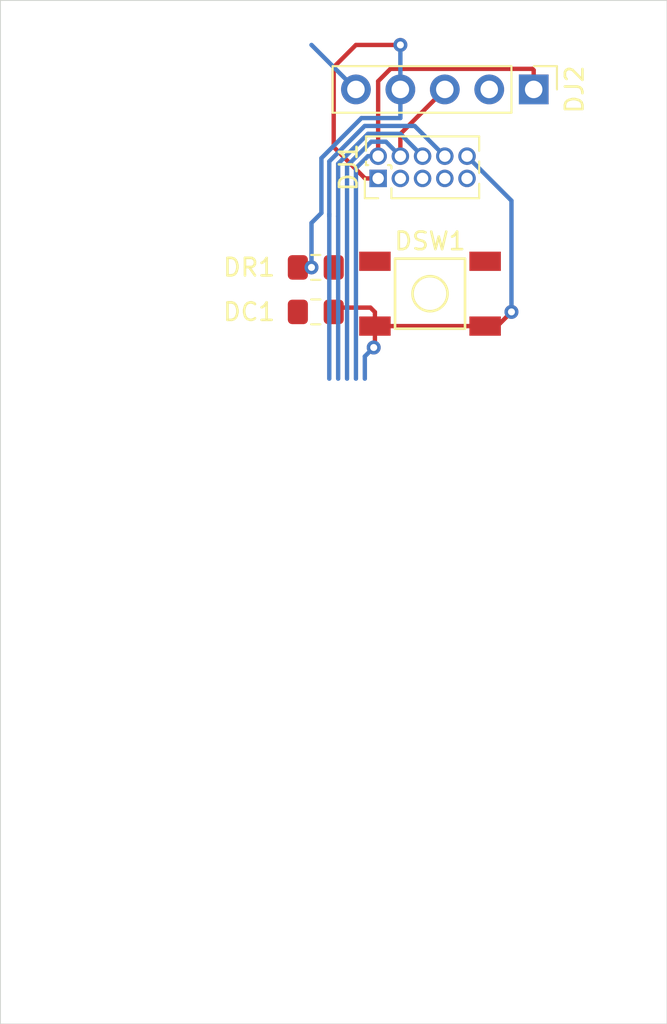
<source format=kicad_pcb>
(kicad_pcb (version 20171130) (host pcbnew 5.1.2)

  (general
    (thickness 1.6)
    (drawings 4)
    (tracks 57)
    (zones 0)
    (modules 5)
    (nets 9)
  )

  (page A4)
  (layers
    (0 F.Cu signal)
    (31 B.Cu signal)
    (32 B.Adhes user)
    (33 F.Adhes user)
    (34 B.Paste user)
    (35 F.Paste user)
    (36 B.SilkS user)
    (37 F.SilkS user)
    (38 B.Mask user)
    (39 F.Mask user)
    (40 Dwgs.User user)
    (41 Cmts.User user)
    (42 Eco1.User user)
    (43 Eco2.User user)
    (44 Edge.Cuts user)
    (45 Margin user)
    (46 B.CrtYd user)
    (47 F.CrtYd user)
    (48 B.Fab user)
    (49 F.Fab user)
  )

  (setup
    (last_trace_width 0.25)
    (trace_clearance 0.2)
    (zone_clearance 0.508)
    (zone_45_only no)
    (trace_min 0.2)
    (via_size 0.8)
    (via_drill 0.4)
    (via_min_size 0.4)
    (via_min_drill 0.3)
    (uvia_size 0.3)
    (uvia_drill 0.1)
    (uvias_allowed no)
    (uvia_min_size 0.2)
    (uvia_min_drill 0.1)
    (edge_width 0.05)
    (segment_width 0.2)
    (pcb_text_width 0.3)
    (pcb_text_size 1.5 1.5)
    (mod_edge_width 0.12)
    (mod_text_size 1 1)
    (mod_text_width 0.15)
    (pad_size 1.524 1.524)
    (pad_drill 0.762)
    (pad_to_mask_clearance 0.051)
    (solder_mask_min_width 0.25)
    (aux_axis_origin 0 0)
    (visible_elements FFFFFF7F)
    (pcbplotparams
      (layerselection 0x010fc_ffffffff)
      (usegerberextensions false)
      (usegerberattributes false)
      (usegerberadvancedattributes false)
      (creategerberjobfile false)
      (excludeedgelayer true)
      (linewidth 0.100000)
      (plotframeref false)
      (viasonmask false)
      (mode 1)
      (useauxorigin false)
      (hpglpennumber 1)
      (hpglpenspeed 20)
      (hpglpendiameter 15.000000)
      (psnegative false)
      (psa4output false)
      (plotreference true)
      (plotvalue true)
      (plotinvisibletext false)
      (padsonsilk false)
      (subtractmaskfromsilk false)
      (outputformat 1)
      (mirror false)
      (drillshape 1)
      (scaleselection 1)
      (outputdirectory ""))
  )

  (net 0 "")
  (net 1 GND)
  (net 2 VDD)
  (net 3 ~SRST)
  (net 4 TCK)
  (net 5 TMS)
  (net 6 +5V)
  (net 7 TDO)
  (net 8 TDI)

  (net_class Default "Dit is de standaard class."
    (clearance 0.2)
    (trace_width 0.25)
    (via_dia 0.8)
    (via_drill 0.4)
    (uvia_dia 0.3)
    (uvia_drill 0.1)
    (add_net +5V)
    (add_net GND)
    (add_net TCK)
    (add_net TDI)
    (add_net TDO)
    (add_net TMS)
    (add_net VDD)
    (add_net ~SRST)
  )

  (module lib:TS-1187 (layer F.Cu) (tedit 5C23E748) (tstamp 5CD31350)
    (at 156.635 67.54 180)
    (path /5CD35511)
    (fp_text reference DSW1 (at 0 3) (layer F.SilkS)
      (effects (font (size 1 1) (thickness 0.15)))
    )
    (fp_text value SW_Push (at 0 -3) (layer F.Fab)
      (effects (font (size 1 1) (thickness 0.15)))
    )
    (fp_circle (center 0 0) (end 1 0) (layer F.SilkS) (width 0.15))
    (fp_line (start 2 2) (end -2 2) (layer F.SilkS) (width 0.15))
    (fp_line (start 2 -2) (end 2 2) (layer F.SilkS) (width 0.15))
    (fp_line (start -2 -2) (end 2 -2) (layer F.SilkS) (width 0.15))
    (fp_line (start -2 2) (end -2 -2) (layer F.SilkS) (width 0.15))
    (pad 2 smd rect (at 3.15 1.85 180) (size 1.8 1.1) (layers F.Cu F.Paste F.Mask)
      (net 1 GND))
    (pad 1 smd rect (at 3.15 -1.85 180) (size 1.8 1.1) (layers F.Cu F.Paste F.Mask)
      (net 3 ~SRST))
    (pad 2 smd rect (at -3.15 1.85 180) (size 1.8 1.1) (layers F.Cu F.Paste F.Mask)
      (net 1 GND))
    (pad 1 smd rect (at -3.15 -1.85 180) (size 1.8 1.1) (layers F.Cu F.Paste F.Mask)
      (net 3 ~SRST))
  )

  (module Resistor_SMD:R_0805_2012Metric_Pad1.15x1.40mm_HandSolder (layer F.Cu) (tedit 5B36C52B) (tstamp 5CD31343)
    (at 150.105 66.04)
    (descr "Resistor SMD 0805 (2012 Metric), square (rectangular) end terminal, IPC_7351 nominal with elongated pad for handsoldering. (Body size source: https://docs.google.com/spreadsheets/d/1BsfQQcO9C6DZCsRaXUlFlo91Tg2WpOkGARC1WS5S8t0/edit?usp=sharing), generated with kicad-footprint-generator")
    (tags "resistor handsolder")
    (path /5CD372D0)
    (attr smd)
    (fp_text reference DR1 (at -3.81 0) (layer F.SilkS)
      (effects (font (size 1 1) (thickness 0.15)))
    )
    (fp_text value 10K (at 0 1.65) (layer F.Fab)
      (effects (font (size 1 1) (thickness 0.15)))
    )
    (fp_text user %R (at 0 0) (layer F.Fab)
      (effects (font (size 0.5 0.5) (thickness 0.08)))
    )
    (fp_line (start 1.85 0.95) (end -1.85 0.95) (layer F.CrtYd) (width 0.05))
    (fp_line (start 1.85 -0.95) (end 1.85 0.95) (layer F.CrtYd) (width 0.05))
    (fp_line (start -1.85 -0.95) (end 1.85 -0.95) (layer F.CrtYd) (width 0.05))
    (fp_line (start -1.85 0.95) (end -1.85 -0.95) (layer F.CrtYd) (width 0.05))
    (fp_line (start -0.261252 0.71) (end 0.261252 0.71) (layer F.SilkS) (width 0.12))
    (fp_line (start -0.261252 -0.71) (end 0.261252 -0.71) (layer F.SilkS) (width 0.12))
    (fp_line (start 1 0.6) (end -1 0.6) (layer F.Fab) (width 0.1))
    (fp_line (start 1 -0.6) (end 1 0.6) (layer F.Fab) (width 0.1))
    (fp_line (start -1 -0.6) (end 1 -0.6) (layer F.Fab) (width 0.1))
    (fp_line (start -1 0.6) (end -1 -0.6) (layer F.Fab) (width 0.1))
    (pad 2 smd roundrect (at 1.025 0) (size 1.15 1.4) (layers F.Cu F.Paste F.Mask) (roundrect_rratio 0.217391)
      (net 3 ~SRST))
    (pad 1 smd roundrect (at -1.025 0) (size 1.15 1.4) (layers F.Cu F.Paste F.Mask) (roundrect_rratio 0.217391)
      (net 2 VDD))
    (model ${KISYS3DMOD}/Resistor_SMD.3dshapes/R_0805_2012Metric.wrl
      (at (xyz 0 0 0))
      (scale (xyz 1 1 1))
      (rotate (xyz 0 0 0))
    )
  )

  (module Connector_PinHeader_2.54mm:PinHeader_1x05_P2.54mm_Vertical locked (layer F.Cu) (tedit 59FED5CC) (tstamp 5CD31332)
    (at 162.56 55.88 270)
    (descr "Through hole straight pin header, 1x05, 2.54mm pitch, single row")
    (tags "Through hole pin header THT 1x05 2.54mm single row")
    (path /5CD343F7)
    (fp_text reference DJ2 (at 0 -2.33 90) (layer F.SilkS)
      (effects (font (size 1 1) (thickness 0.15)))
    )
    (fp_text value Conn_01x05 (at 0 12.49 90) (layer F.Fab)
      (effects (font (size 1 1) (thickness 0.15)))
    )
    (fp_text user %R (at 0 5.08) (layer F.Fab)
      (effects (font (size 1 1) (thickness 0.15)))
    )
    (fp_line (start 1.8 -1.8) (end -1.8 -1.8) (layer F.CrtYd) (width 0.05))
    (fp_line (start 1.8 11.95) (end 1.8 -1.8) (layer F.CrtYd) (width 0.05))
    (fp_line (start -1.8 11.95) (end 1.8 11.95) (layer F.CrtYd) (width 0.05))
    (fp_line (start -1.8 -1.8) (end -1.8 11.95) (layer F.CrtYd) (width 0.05))
    (fp_line (start -1.33 -1.33) (end 0 -1.33) (layer F.SilkS) (width 0.12))
    (fp_line (start -1.33 0) (end -1.33 -1.33) (layer F.SilkS) (width 0.12))
    (fp_line (start -1.33 1.27) (end 1.33 1.27) (layer F.SilkS) (width 0.12))
    (fp_line (start 1.33 1.27) (end 1.33 11.49) (layer F.SilkS) (width 0.12))
    (fp_line (start -1.33 1.27) (end -1.33 11.49) (layer F.SilkS) (width 0.12))
    (fp_line (start -1.33 11.49) (end 1.33 11.49) (layer F.SilkS) (width 0.12))
    (fp_line (start -1.27 -0.635) (end -0.635 -1.27) (layer F.Fab) (width 0.1))
    (fp_line (start -1.27 11.43) (end -1.27 -0.635) (layer F.Fab) (width 0.1))
    (fp_line (start 1.27 11.43) (end -1.27 11.43) (layer F.Fab) (width 0.1))
    (fp_line (start 1.27 -1.27) (end 1.27 11.43) (layer F.Fab) (width 0.1))
    (fp_line (start -0.635 -1.27) (end 1.27 -1.27) (layer F.Fab) (width 0.1))
    (pad 5 thru_hole oval (at 0 10.16 270) (size 1.7 1.7) (drill 1) (layers *.Cu *.Mask)
      (net 6 +5V))
    (pad 4 thru_hole oval (at 0 7.62 270) (size 1.7 1.7) (drill 1) (layers *.Cu *.Mask)
      (net 2 VDD))
    (pad 3 thru_hole oval (at 0 5.08 270) (size 1.7 1.7) (drill 1) (layers *.Cu *.Mask)
      (net 4 TCK))
    (pad 2 thru_hole oval (at 0 2.54 270) (size 1.7 1.7) (drill 1) (layers *.Cu *.Mask)
      (net 1 GND))
    (pad 1 thru_hole rect (at 0 0 270) (size 1.7 1.7) (drill 1) (layers *.Cu *.Mask)
      (net 5 TMS))
    (model ${KISYS3DMOD}/Connector_PinHeader_2.54mm.3dshapes/PinHeader_1x05_P2.54mm_Vertical.wrl
      (at (xyz 0 0 0))
      (scale (xyz 1 1 1))
      (rotate (xyz 0 0 0))
    )
  )

  (module Connector_PinHeader_1.27mm:PinHeader_2x05_P1.27mm_Vertical locked (layer F.Cu) (tedit 59FED6E3) (tstamp 5CD31319)
    (at 153.67 60.96 90)
    (descr "Through hole straight pin header, 2x05, 1.27mm pitch, double rows")
    (tags "Through hole pin header THT 2x05 1.27mm double row")
    (path /5CD31435)
    (fp_text reference DJ1 (at 0.635 -1.695 90) (layer F.SilkS)
      (effects (font (size 1 1) (thickness 0.15)))
    )
    (fp_text value Conn_02x05_Odd_Even (at 0.635 6.775 90) (layer F.Fab)
      (effects (font (size 1 1) (thickness 0.15)))
    )
    (fp_line (start -0.2175 -0.635) (end 2.34 -0.635) (layer F.Fab) (width 0.1))
    (fp_line (start 2.34 -0.635) (end 2.34 5.715) (layer F.Fab) (width 0.1))
    (fp_line (start 2.34 5.715) (end -1.07 5.715) (layer F.Fab) (width 0.1))
    (fp_line (start -1.07 5.715) (end -1.07 0.2175) (layer F.Fab) (width 0.1))
    (fp_line (start -1.07 0.2175) (end -0.2175 -0.635) (layer F.Fab) (width 0.1))
    (fp_line (start -1.13 5.775) (end -0.30753 5.775) (layer F.SilkS) (width 0.12))
    (fp_line (start 1.57753 5.775) (end 2.4 5.775) (layer F.SilkS) (width 0.12))
    (fp_line (start 0.30753 5.775) (end 0.96247 5.775) (layer F.SilkS) (width 0.12))
    (fp_line (start -1.13 0.76) (end -1.13 5.775) (layer F.SilkS) (width 0.12))
    (fp_line (start 2.4 -0.695) (end 2.4 5.775) (layer F.SilkS) (width 0.12))
    (fp_line (start -1.13 0.76) (end -0.563471 0.76) (layer F.SilkS) (width 0.12))
    (fp_line (start 0.563471 0.76) (end 0.706529 0.76) (layer F.SilkS) (width 0.12))
    (fp_line (start 0.76 0.706529) (end 0.76 0.563471) (layer F.SilkS) (width 0.12))
    (fp_line (start 0.76 -0.563471) (end 0.76 -0.695) (layer F.SilkS) (width 0.12))
    (fp_line (start 0.76 -0.695) (end 0.96247 -0.695) (layer F.SilkS) (width 0.12))
    (fp_line (start 1.57753 -0.695) (end 2.4 -0.695) (layer F.SilkS) (width 0.12))
    (fp_line (start -1.13 0) (end -1.13 -0.76) (layer F.SilkS) (width 0.12))
    (fp_line (start -1.13 -0.76) (end 0 -0.76) (layer F.SilkS) (width 0.12))
    (fp_line (start -1.6 -1.15) (end -1.6 6.25) (layer F.CrtYd) (width 0.05))
    (fp_line (start -1.6 6.25) (end 2.85 6.25) (layer F.CrtYd) (width 0.05))
    (fp_line (start 2.85 6.25) (end 2.85 -1.15) (layer F.CrtYd) (width 0.05))
    (fp_line (start 2.85 -1.15) (end -1.6 -1.15) (layer F.CrtYd) (width 0.05))
    (fp_text user %R (at 0.635 2.54) (layer F.Fab)
      (effects (font (size 1 1) (thickness 0.15)))
    )
    (pad 1 thru_hole rect (at 0 0 90) (size 1 1) (drill 0.65) (layers *.Cu *.Mask)
      (net 2 VDD))
    (pad 2 thru_hole oval (at 1.27 0 90) (size 1 1) (drill 0.65) (layers *.Cu *.Mask)
      (net 5 TMS))
    (pad 3 thru_hole oval (at 0 1.27 90) (size 1 1) (drill 0.65) (layers *.Cu *.Mask)
      (net 1 GND))
    (pad 4 thru_hole oval (at 1.27 1.27 90) (size 1 1) (drill 0.65) (layers *.Cu *.Mask)
      (net 4 TCK))
    (pad 5 thru_hole oval (at 0 2.54 90) (size 1 1) (drill 0.65) (layers *.Cu *.Mask))
    (pad 6 thru_hole oval (at 1.27 2.54 90) (size 1 1) (drill 0.65) (layers *.Cu *.Mask)
      (net 7 TDO))
    (pad 7 thru_hole oval (at 0 3.81 90) (size 1 1) (drill 0.65) (layers *.Cu *.Mask)
      (net 1 GND))
    (pad 8 thru_hole oval (at 1.27 3.81 90) (size 1 1) (drill 0.65) (layers *.Cu *.Mask)
      (net 8 TDI))
    (pad 9 thru_hole oval (at 0 5.08 90) (size 1 1) (drill 0.65) (layers *.Cu *.Mask)
      (net 1 GND))
    (pad 10 thru_hole oval (at 1.27 5.08 90) (size 1 1) (drill 0.65) (layers *.Cu *.Mask)
      (net 3 ~SRST))
    (model ${KISYS3DMOD}/Connector_PinHeader_1.27mm.3dshapes/PinHeader_2x05_P1.27mm_Vertical.wrl
      (at (xyz 0 0 0))
      (scale (xyz 1 1 1))
      (rotate (xyz 0 0 0))
    )
  )

  (module Capacitor_SMD:C_0805_2012Metric_Pad1.15x1.40mm_HandSolder (layer F.Cu) (tedit 5B36C52B) (tstamp 5CD312F4)
    (at 150.105 68.58)
    (descr "Capacitor SMD 0805 (2012 Metric), square (rectangular) end terminal, IPC_7351 nominal with elongated pad for handsoldering. (Body size source: https://docs.google.com/spreadsheets/d/1BsfQQcO9C6DZCsRaXUlFlo91Tg2WpOkGARC1WS5S8t0/edit?usp=sharing), generated with kicad-footprint-generator")
    (tags "capacitor handsolder")
    (path /5CD35E46)
    (attr smd)
    (fp_text reference DC1 (at -3.81 0) (layer F.SilkS)
      (effects (font (size 1 1) (thickness 0.15)))
    )
    (fp_text value 100nF (at 0 1.65) (layer F.Fab)
      (effects (font (size 1 1) (thickness 0.15)))
    )
    (fp_text user %R (at 0 0) (layer F.Fab)
      (effects (font (size 0.5 0.5) (thickness 0.08)))
    )
    (fp_line (start 1.85 0.95) (end -1.85 0.95) (layer F.CrtYd) (width 0.05))
    (fp_line (start 1.85 -0.95) (end 1.85 0.95) (layer F.CrtYd) (width 0.05))
    (fp_line (start -1.85 -0.95) (end 1.85 -0.95) (layer F.CrtYd) (width 0.05))
    (fp_line (start -1.85 0.95) (end -1.85 -0.95) (layer F.CrtYd) (width 0.05))
    (fp_line (start -0.261252 0.71) (end 0.261252 0.71) (layer F.SilkS) (width 0.12))
    (fp_line (start -0.261252 -0.71) (end 0.261252 -0.71) (layer F.SilkS) (width 0.12))
    (fp_line (start 1 0.6) (end -1 0.6) (layer F.Fab) (width 0.1))
    (fp_line (start 1 -0.6) (end 1 0.6) (layer F.Fab) (width 0.1))
    (fp_line (start -1 -0.6) (end 1 -0.6) (layer F.Fab) (width 0.1))
    (fp_line (start -1 0.6) (end -1 -0.6) (layer F.Fab) (width 0.1))
    (pad 2 smd roundrect (at 1.025 0) (size 1.15 1.4) (layers F.Cu F.Paste F.Mask) (roundrect_rratio 0.217391)
      (net 3 ~SRST))
    (pad 1 smd roundrect (at -1.025 0) (size 1.15 1.4) (layers F.Cu F.Paste F.Mask) (roundrect_rratio 0.217391)
      (net 1 GND))
    (model ${KISYS3DMOD}/Capacitor_SMD.3dshapes/C_0805_2012Metric.wrl
      (at (xyz 0 0 0))
      (scale (xyz 1 1 1))
      (rotate (xyz 0 0 0))
    )
  )

  (gr_line (start 170.18 50.8) (end 132.08 50.8) (layer Edge.Cuts) (width 0.05) (tstamp 5CD3006B))
  (gr_line (start 170.18 109.22) (end 170.18 50.8) (layer Edge.Cuts) (width 0.05))
  (gr_line (start 132.08 109.22) (end 170.18 109.22) (layer Edge.Cuts) (width 0.05))
  (gr_line (start 132.08 50.8) (end 132.08 109.22) (layer Edge.Cuts) (width 0.05))

  (segment (start 152.901197 57.964981) (end 150.876 59.990178) (width 0.25) (layer B.Cu) (net 8))
  (segment (start 157.48 59.69) (end 155.754981 57.964981) (width 0.25) (layer B.Cu) (net 8))
  (segment (start 155.754981 57.964981) (end 152.901197 57.964981) (width 0.25) (layer B.Cu) (net 8))
  (segment (start 153.087599 58.414988) (end 151.384 60.118587) (width 0.25) (layer B.Cu) (net 7))
  (segment (start 156.21 59.69) (end 154.934988 58.414988) (width 0.25) (layer B.Cu) (net 7))
  (segment (start 154.934988 58.414988) (end 153.087599 58.414988) (width 0.25) (layer B.Cu) (net 7))
  (segment (start 151.384 60.118587) (end 151.384 63.119) (width 0.25) (layer B.Cu) (net 7))
  (segment (start 150.876 62.992) (end 150.876 72.39) (width 0.25) (layer B.Cu) (net 8))
  (segment (start 150.876 59.990178) (end 150.876 62.992) (width 0.25) (layer B.Cu) (net 8))
  (segment (start 150.876 62.992) (end 150.876 63.119) (width 0.25) (layer B.Cu) (net 8))
  (segment (start 151.384 63.119) (end 151.384 72.39) (width 0.25) (layer B.Cu) (net 7))
  (segment (start 152.92 60.96) (end 151.13 59.17) (width 0.25) (layer F.Cu) (net 2))
  (segment (start 153.67 60.96) (end 152.92 60.96) (width 0.25) (layer F.Cu) (net 2))
  (segment (start 151.13 59.17) (end 151.13 54.61) (width 0.25) (layer F.Cu) (net 2))
  (via (at 154.94 53.34) (size 0.8) (drill 0.4) (layers F.Cu B.Cu) (net 2))
  (segment (start 151.13 54.61) (end 152.4 53.34) (width 0.25) (layer F.Cu) (net 2))
  (segment (start 152.4 53.34) (end 154.94 53.34) (width 0.25) (layer F.Cu) (net 2))
  (segment (start 154.94 53.34) (end 154.94 55.88) (width 0.25) (layer B.Cu) (net 2))
  (segment (start 153.67 61.205) (end 153.67 60.96) (width 0.25) (layer F.Cu) (net 2))
  (segment (start 154.94 57.514971) (end 154.94 55.88) (width 0.25) (layer B.Cu) (net 2))
  (segment (start 152.714797 57.514971) (end 154.94 57.514971) (width 0.25) (layer B.Cu) (net 2))
  (segment (start 150.42599 62.93401) (end 150.425991 59.803777) (width 0.25) (layer B.Cu) (net 2))
  (segment (start 150.425991 59.803777) (end 152.714797 57.514971) (width 0.25) (layer B.Cu) (net 2))
  (via (at 149.86 66.04) (size 0.8) (drill 0.4) (layers F.Cu B.Cu) (net 2))
  (segment (start 149.08 66.04) (end 149.86 66.04) (width 0.25) (layer F.Cu) (net 2))
  (segment (start 149.86 63.5) (end 150.42599 62.93401) (width 0.25) (layer B.Cu) (net 2))
  (segment (start 149.86 66.04) (end 149.86 63.5) (width 0.25) (layer B.Cu) (net 2))
  (via (at 161.29 68.58) (size 0.8) (drill 0.4) (layers F.Cu B.Cu) (net 3))
  (segment (start 159.785 69.39) (end 160.48 69.39) (width 0.25) (layer F.Cu) (net 3))
  (segment (start 160.48 69.39) (end 161.29 68.58) (width 0.25) (layer F.Cu) (net 3))
  (segment (start 161.29 62.23) (end 158.75 59.69) (width 0.25) (layer B.Cu) (net 3))
  (segment (start 161.29 68.58) (end 161.29 62.23) (width 0.25) (layer B.Cu) (net 3))
  (segment (start 153.485 68.59) (end 153.485 69.39) (width 0.25) (layer F.Cu) (net 3))
  (segment (start 153.23 68.335) (end 153.485 68.59) (width 0.25) (layer F.Cu) (net 3))
  (segment (start 151.13 68.335) (end 153.23 68.335) (width 0.25) (layer F.Cu) (net 3))
  (segment (start 154.635 69.39) (end 159.785 69.39) (width 0.25) (layer F.Cu) (net 3))
  (segment (start 153.485 69.39) (end 154.635 69.39) (width 0.25) (layer F.Cu) (net 3))
  (via (at 153.416 70.612) (size 0.8) (drill 0.4) (layers F.Cu B.Cu) (net 3))
  (segment (start 153.485 69.39) (end 153.485 70.543) (width 0.25) (layer F.Cu) (net 3))
  (segment (start 153.485 70.543) (end 153.416 70.612) (width 0.25) (layer F.Cu) (net 3))
  (segment (start 152.908 71.12) (end 153.416 70.612) (width 0.25) (layer B.Cu) (net 3))
  (segment (start 152.908 72.39) (end 152.908 71.12) (width 0.25) (layer B.Cu) (net 3))
  (segment (start 154.94 58.42) (end 157.48 55.88) (width 0.25) (layer F.Cu) (net 4))
  (segment (start 154.94 59.69) (end 154.94 58.42) (width 0.25) (layer F.Cu) (net 4))
  (segment (start 154.114999 58.864999) (end 154.94 59.69) (width 0.25) (layer B.Cu) (net 4))
  (segment (start 153.273999 58.864999) (end 154.114999 58.864999) (width 0.25) (layer B.Cu) (net 4))
  (segment (start 151.892 72.39) (end 151.892 60.246998) (width 0.25) (layer B.Cu) (net 4))
  (segment (start 151.892 60.246998) (end 153.273999 58.864999) (width 0.25) (layer B.Cu) (net 4))
  (segment (start 162.56 54.78) (end 162.56 55.88) (width 0.25) (layer F.Cu) (net 5))
  (segment (start 154.375999 54.704999) (end 162.484999 54.704999) (width 0.25) (layer F.Cu) (net 5))
  (segment (start 162.484999 54.704999) (end 162.56 54.78) (width 0.25) (layer F.Cu) (net 5))
  (segment (start 153.67 55.410998) (end 154.375999 54.704999) (width 0.25) (layer F.Cu) (net 5))
  (segment (start 153.67 59.69) (end 153.67 55.410998) (width 0.25) (layer F.Cu) (net 5))
  (segment (start 153.085408 59.69) (end 152.4 60.375408) (width 0.25) (layer B.Cu) (net 5))
  (segment (start 153.67 59.69) (end 153.085408 59.69) (width 0.25) (layer B.Cu) (net 5))
  (segment (start 152.4 60.375408) (end 152.4 72.39) (width 0.25) (layer B.Cu) (net 5))
  (segment (start 149.86 53.34) (end 152.4 55.88) (width 0.25) (layer B.Cu) (net 6))

)

</source>
